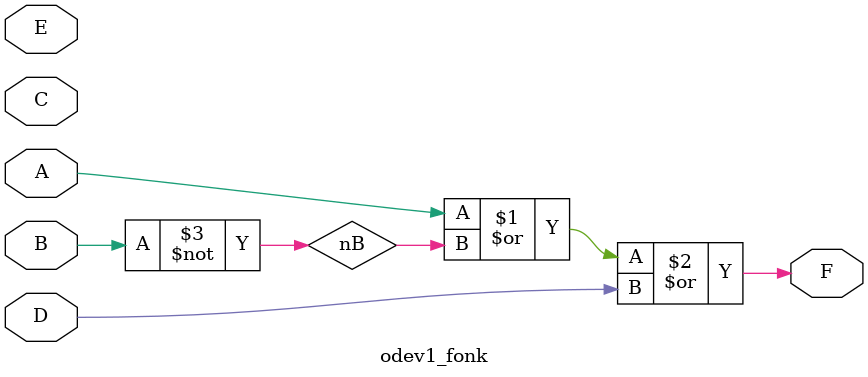
<source format=v>
`timescale 1ns / 1ps


module odev1_fonk(
    input A, B, C, D, E,
    output F
    );
    
    wire nB;
    not(nB, B);
    
    or(F, A, nB, D);
    
endmodule

</source>
